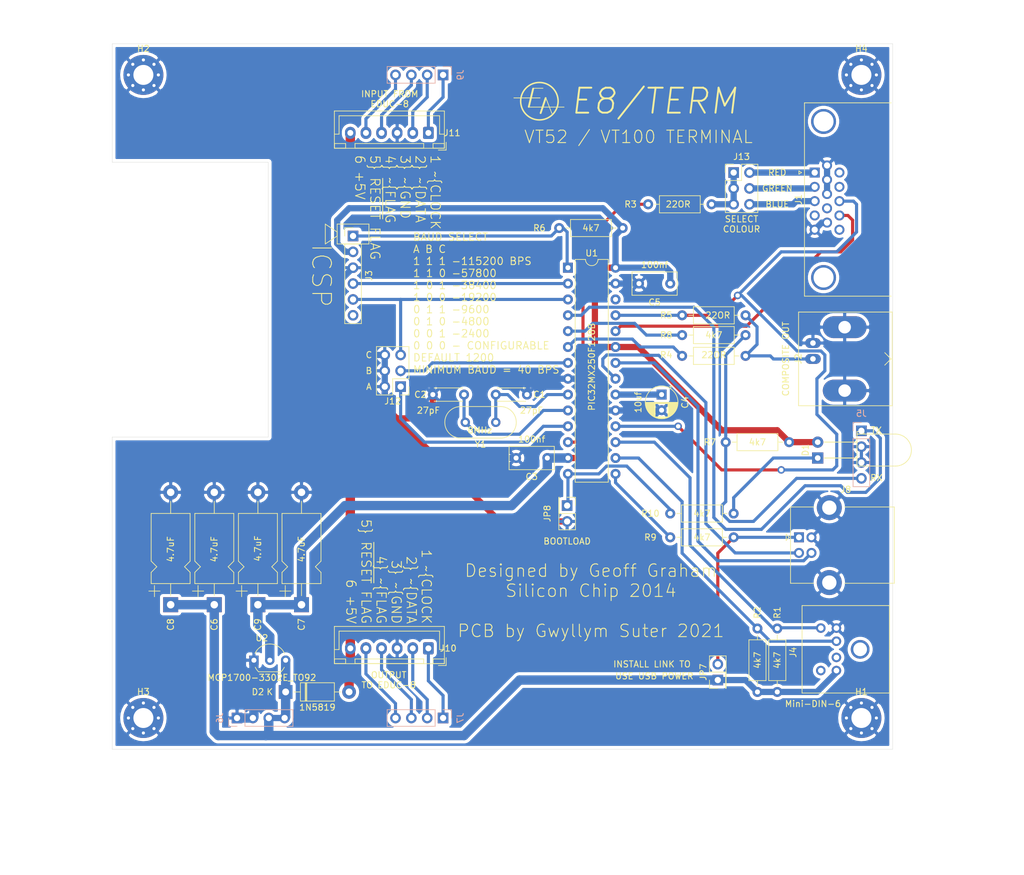
<source format=kicad_pcb>
(kicad_pcb (version 20171130) (host pcbnew "(5.1.10-1-10_14)")
  (layers (0 F.Cu signal) (31 B.Cu signal) (34 B.Paste user) (35 F.Paste user) (36 B.SilkS user) (37 F.SilkS user) (38 B.Mask user) (39 F.Mask user) (44 Edge.Cuts user))
  (net 0 "")
  (net 1 "Net-(J1-Pad15)")
  (net 2 V_SYNC)
  (net 3 H_SYNC)
  (net 4 "Net-(J1-Pad12)")
  (net 5 "Net-(J1-Pad11)")
  (net 6 "Net-(J1-Pad9)")
  (net 7 "Net-(J1-Pad4)")
  (net 8 B)
  (net 9 "Net-(U1-Pad26)")
  (net 10 "Net-(D1-Pad1)")
  (net 11 "Net-(J4-Pad6)")
  (net 12 +5V)
  (net 13 GND)
  (net 14 "Net-(J4-Pad2)")
  (net 15 /BLUE)
  (net 16 /GREEN)
  (net 17 /RED)
  (net 18 "Net-(J2-Pad1)")
  (net 19 VIDEO)
  (net 20 C_VIDEO)
  (net 21 "Net-(J3-Pad6)")
  (net 22 C)
  (net 23 PGD)
  (net 24 +3V3)
  (net 25 ~MCLR)
  (net 26 A)
  (net 27 "Net-(C1-Pad1)")
  (net 28 "Net-(C2-Pad1)")
  (net 29 "Net-(J5-Pad4)")
  (net 30 RX)
  (net 31 TX)
  (net 32 "Net-(C4-Pad1)")
  (net 33 CLOCK)
  (net 34 DATA)
  (net 35 D+)
  (net 36 D-)
  (net 37 "Net-(J8-Pad1)")
  (net 38 "Net-(JP8-Pad1)")
  (net 39 VBUS)
  (net 40 rst)
  (net 41 flag)
  (net 42 data)
  (net 43 clock)
  (net 44 I_rst)
  (net 45 I_flag)
  (net 46 I_data)
  (net 47 I_clock)
  (net 48 "Net-(D2-Pad2)")
  (net 49 "Net-(J13-Pad1)")
  (module Connector_JST:JST_XH_B6B-XH-A_1x06_P2.50mm_Vertical (layer F.Cu) (at 80.645 34.29 180)
    (fp_text reference J11 (at -3.81 0) (layer F.SilkS))
    (fp_text value Conn_01x06_Male)
    (pad 6 thru_hole oval (at 12.5 0 180) (size 1.7 1.95) (drill 0.95) (layers *.Cu *.Mask) (net 48 "Net-(D2-Pad2)"))
    (pad 5 thru_hole oval (at 10 0 180) (size 1.7 1.95) (drill 0.95) (layers *.Cu *.Mask) (net 40 rst))
    (pad 4 thru_hole oval (at 7.5 0 180) (size 1.7 1.95) (drill 0.95) (layers *.Cu *.Mask) (net 41 flag))
    (pad 3 thru_hole oval (at 5 0 180) (size 1.7 1.95) (drill 0.95) (layers *.Cu *.Mask) (net 13 GND))
    (pad 2 thru_hole oval (at 2.5 0 180) (size 1.7 1.95) (drill 0.95) (layers *.Cu *.Mask) (net 42 data))
    (pad 1 thru_hole roundrect (at 0 0 180) (size 1.7 1.95) (drill 0.95) (layers *.Cu *.Mask) (roundrect_rratio 0.1470588235294118) (net 43 clock))
  )
  (module Connector_JST:JST_XH_B6B-XH-A_1x06_P2.50mm_Vertical (layer F.Cu) (at 80.645 116.84 180)
    (fp_text reference J10 (at -3.175 0) (layer F.SilkS))
    (fp_text value Conn_01x06_Male)
    (pad 6 thru_hole oval (at 12.5 0 180) (size 1.7 1.95) (drill 0.95) (layers *.Cu *.Mask) (net 48 "Net-(D2-Pad2)"))
    (pad 5 thru_hole oval (at 10 0 180) (size 1.7 1.95) (drill 0.95) (layers *.Cu *.Mask) (net 44 I_rst))
    (pad 4 thru_hole oval (at 7.5 0 180) (size 1.7 1.95) (drill 0.95) (layers *.Cu *.Mask) (net 45 I_flag))
    (pad 3 thru_hole oval (at 5 0 180) (size 1.7 1.95) (drill 0.95) (layers *.Cu *.Mask) (net 13 GND))
    (pad 2 thru_hole oval (at 2.5 0 180) (size 1.7 1.95) (drill 0.95) (layers *.Cu *.Mask) (net 46 I_data))
    (pad 1 thru_hole roundrect (at 0 0 180) (size 1.7 1.95) (drill 0.95) (layers *.Cu *.Mask) (roundrect_rratio 0.1470588235294118) (net 47 I_clock))
  )
  (module LED_THT:LED_D5.0mm_Horizontal_O6.35mm_Z3.0mm (layer F.Cu) (at 143 86.36 90)
    (fp_text reference D1 (at 1.27 -1.96 90) (layer F.SilkS))
    (fp_text value LED)
    (pad 2 thru_hole circle (at 2.54 0 90) (size 1.8 1.8) (drill 0.9) (layers *.Cu *.Mask) (net 24 +3V3))
    (pad 1 thru_hole rect (at 0 0 90) (size 1.8 1.8) (drill 0.9) (layers *.Cu *.Mask) (net 10 "Net-(D1-Pad1)"))
  )
  (module Connector_PinHeader_2.54mm:PinHeader_2x03_P2.54mm_Vertical (layer F.Cu) (at 129.54 40.64)
    (fp_text reference J13 (at 1.27 -2.54) (layer F.SilkS))
    (fp_text value Conn_02x03_Odd_Even)
    (pad 6 thru_hole oval (at 2.54 5.08) (size 1.7 1.7) (drill 1) (layers *.Cu *.Mask) (net 15 /BLUE))
    (pad 5 thru_hole oval (at 0 5.08) (size 1.7 1.7) (drill 1) (layers *.Cu *.Mask) (net 49 "Net-(J13-Pad1)"))
    (pad 4 thru_hole oval (at 2.54 2.54) (size 1.7 1.7) (drill 1) (layers *.Cu *.Mask) (net 16 /GREEN))
    (pad 3 thru_hole oval (at 0 2.54) (size 1.7 1.7) (drill 1) (layers *.Cu *.Mask) (net 49 "Net-(J13-Pad1)"))
    (pad 2 thru_hole oval (at 2.54 0) (size 1.7 1.7) (drill 1) (layers *.Cu *.Mask) (net 17 /RED))
    (pad 1 thru_hole rect (at 0 0) (size 1.7 1.7) (drill 1) (layers *.Cu *.Mask) (net 49 "Net-(J13-Pad1)"))
  )
  (module Connector_PinHeader_2.54mm:PinHeader_2x03_P2.54mm_Vertical (layer F.Cu) (at 76.2 74.93 180)
    (fp_text reference J12 (at 1.27 -2.33) (layer F.SilkS))
    (fp_text value Conn_02x03_Odd_Even hide)
    (pad 6 thru_hole oval (at 2.54 5.08 180) (size 1.7 1.7) (drill 1) (layers *.Cu *.Mask) (net 13 GND))
    (pad 5 thru_hole oval (at 0 5.08 180) (size 1.7 1.7) (drill 1) (layers *.Cu *.Mask) (net 22 C))
    (pad 4 thru_hole oval (at 2.54 2.54 180) (size 1.7 1.7) (drill 1) (layers *.Cu *.Mask) (net 13 GND))
    (pad 3 thru_hole oval (at 0 2.54 180) (size 1.7 1.7) (drill 1) (layers *.Cu *.Mask) (net 8 B))
    (pad 2 thru_hole oval (at 2.54 0 180) (size 1.7 1.7) (drill 1) (layers *.Cu *.Mask) (net 13 GND))
    (pad 1 thru_hole rect (at 0 0 180) (size 1.7 1.7) (drill 1) (layers *.Cu *.Mask) (net 26 A))
  )
  (module Diode_THT:D_DO-41_SOD81_P10.16mm_Horizontal (layer F.Cu) (at 57.785 123.825)
    (fp_text reference D2 (at -4.445 0) (layer F.SilkS))
    (fp_text value 1N5819 (at 5.08 2.47) (layer F.SilkS))
    (fp_text user K (at -2.54 0) (layer F.SilkS))
    (pad 2 thru_hole oval (at 10.16 0) (size 2.2 2.2) (drill 1.1) (layers *.Cu *.Mask) (net 48 "Net-(D2-Pad2)"))
    (pad 1 thru_hole rect (at 0 0) (size 2.2 2.2) (drill 1.1) (layers *.Cu *.Mask) (net 12 +5V))
  )
  (module Capacitor_THT:CP_Axial_L11.0mm_D6.0mm_P18.00mm_Horizontal (layer F.Cu) (at 53.34 109.855 90)
    (fp_text reference C9 (at -3.175 0 90) (layer F.SilkS))
    (fp_text value 4.7uF (at 9 0 90) (layer F.SilkS))
    (pad 2 thru_hole oval (at 18 0 90) (size 2.4 2.4) (drill 1.2) (layers *.Cu *.Mask) (net 13 GND))
    (pad 1 thru_hole rect (at 0 0 90) (size 2.4 2.4) (drill 1.2) (layers *.Cu *.Mask) (net 24 +3V3))
  )
  (module Capacitor_THT:CP_Axial_L11.0mm_D6.0mm_P18.00mm_Horizontal (layer F.Cu) (at 39.37 109.855 90)
    (fp_text reference C8 (at -3.175 0 90) (layer F.SilkS))
    (fp_text value 4.7uF (at 8.89 0 90) (layer F.SilkS))
    (pad 2 thru_hole oval (at 18 0 90) (size 2.4 2.4) (drill 1.2) (layers *.Cu *.Mask) (net 13 GND))
    (pad 1 thru_hole rect (at 0 0 90) (size 2.4 2.4) (drill 1.2) (layers *.Cu *.Mask) (net 12 +5V))
  )
  (module Capacitor_THT:CP_Axial_L11.0mm_D6.0mm_P18.00mm_Horizontal (layer F.Cu) (at 60.325 109.855 90)
    (fp_text reference C7 (at -3.175 0 90) (layer F.SilkS))
    (fp_text value 4.7uF (at 8.89 0 90) (layer F.SilkS))
    (pad 2 thru_hole oval (at 18 0 90) (size 2.4 2.4) (drill 1.2) (layers *.Cu *.Mask) (net 13 GND))
    (pad 1 thru_hole rect (at 0 0 90) (size 2.4 2.4) (drill 1.2) (layers *.Cu *.Mask) (net 24 +3V3))
  )
  (module Capacitor_THT:CP_Axial_L11.0mm_D6.0mm_P18.00mm_Horizontal (layer F.Cu) (at 46.355 109.855 90)
    (fp_text reference C6 (at -3.175 0 90) (layer F.SilkS))
    (fp_text value 4.7uF (at 8.89 0 90) (layer F.SilkS))
    (pad 2 thru_hole oval (at 18 0 90) (size 2.4 2.4) (drill 1.2) (layers *.Cu *.Mask) (net 13 GND))
    (pad 1 thru_hole rect (at 0 0 90) (size 2.4 2.4) (drill 1.2) (layers *.Cu *.Mask) (net 12 +5V))
  )
  (module Package_TO_SOT_THT:TO-92_Inline_Wide (layer F.Cu) (at 52.705 118.745)
    (fp_text reference U2 (at 1.27 -3.56) (layer F.SilkS))
    (fp_text value MCP1700-3302E_TO92 (at 1.27 2.79) (layer F.SilkS))
    (pad 1 thru_hole rect (at 0 0) (size 1.5 1.5) (drill 0.8) (layers *.Cu *.Mask) (net 13 GND))
    (pad 3 thru_hole circle (at 5.08 0) (size 1.5 1.5) (drill 0.8) (layers *.Cu *.Mask) (net 12 +5V))
    (pad 2 thru_hole circle (at 2.54 0) (size 1.5 1.5) (drill 0.8) (layers *.Cu *.Mask) (net 24 +3V3))
  )
  (module Connector_Coaxial:BNC_Amphenol_B6252HB-NPP3G-50_Horizontal (layer F.Cu) (at 142.24 70.485 270)
    (fp_text reference J2 (at 0 2.35 90) (layer F.SilkS))
    (fp_text value "COMPOSITE OUT" (at 0 4.35 270) (layer F.SilkS))
    (pad 2 thru_hole oval (at -2.54 0 270) (size 1.6 2.5) (drill 0.89) (layers *.Cu *.Mask) (net 13 GND))
    (pad 1 thru_hole oval (at 0 0 270) (size 1.6 2.5) (drill 0.89) (layers *.Cu *.Mask) (net 18 "Net-(J2-Pad1)"))
    (pad 2 thru_hole oval (at 5.08 -5.08 270) (size 3.5 7) (drill 2.01) (layers *.Cu *.Mask) (net 13 GND))
    (pad 2 thru_hole oval (at -5.08 -5.08 270) (size 3.5 7) (drill 2.01) (layers *.Cu *.Mask) (net 13 GND))
  )
  (module EDUC-8:EA_Symbol (layer F.Cu) (at 98.425 29.21)
    (fp_text reference REF** hide)
    (fp_text value EA_Symbol hide)
  )
  (module Resistor_THT:R_Axial_DIN0207_L6.3mm_D2.5mm_P10.16mm_Horizontal (layer F.Cu) (at 131.445 63.5 180)
    (fp_text reference R5 (at 12.7 0) (layer F.SilkS))
    (fp_text value 22OR (at 4.445 0) (layer F.SilkS))
    (pad 2 thru_hole oval (at 10.16 0 180) (size 1.6 1.6) (drill 0.8) (layers *.Cu *.Mask) (net 3 H_SYNC))
    (pad 1 thru_hole circle (at 0 0 180) (size 1.6 1.6) (drill 0.8) (layers *.Cu *.Mask) (net 18 "Net-(J2-Pad1)"))
  )
  (module Connector_PinSocket_2.54mm:PinSocket_1x04_P2.54mm_Vertical (layer B.Cu) (at 83 25 90)
    (fp_text reference J9 (at 0 2.77 -90) (layer B.SilkS) (effects (justify mirror)))
    (fp_text value Conn_01x04_Female hide)
    (pad 4 thru_hole oval (at 0 -7.62 90) (size 1.7 1.7) (drill 1) (layers *.Cu *.Mask) (net 40 rst))
    (pad 3 thru_hole oval (at 0 -5.08 90) (size 1.7 1.7) (drill 1) (layers *.Cu *.Mask) (net 41 flag))
    (pad 2 thru_hole oval (at 0 -2.54 90) (size 1.7 1.7) (drill 1) (layers *.Cu *.Mask) (net 42 data))
    (pad 1 thru_hole rect (at 0 0 90) (size 1.7 1.7) (drill 1) (layers *.Cu *.Mask) (net 43 clock))
  )
  (module Resistor_THT:R_Axial_DIN0207_L6.3mm_D2.5mm_P10.16mm_Horizontal (layer F.Cu) (at 119.38 95.25)
    (fp_text reference R10 (at -3.175 0) (layer F.SilkS))
    (fp_text value 4k7 (at 5.08 0) (layer F.SilkS))
    (pad 2 thru_hole oval (at 10.16 0) (size 1.6 1.6) (drill 0.8) (layers *.Cu *.Mask) (net 10 "Net-(D1-Pad1)"))
    (pad 1 thru_hole circle (at 0 0) (size 1.6 1.6) (drill 0.8) (layers *.Cu *.Mask) (net 38 "Net-(JP8-Pad1)"))
  )
  (module Resistor_THT:R_Axial_DIN0207_L6.3mm_D2.5mm_P10.16mm_Horizontal (layer F.Cu) (at 119.38 99.06)
    (fp_text reference R9 (at -3.175 0) (layer F.SilkS))
    (fp_text value 4k7 (at 5.08 0) (layer F.SilkS))
    (pad 2 thru_hole oval (at 10.16 0) (size 1.6 1.6) (drill 0.8) (layers *.Cu *.Mask) (net 37 "Net-(J8-Pad1)"))
    (pad 1 thru_hole circle (at 0 0) (size 1.6 1.6) (drill 0.8) (layers *.Cu *.Mask) (net 39 VBUS))
  )
  (module Connector_PinHeader_2.54mm:PinHeader_2x01_P2.54mm_Vertical (layer F.Cu) (at 102.87 93.98 270)
    (fp_text reference JP8 (at 1.27 3.175 90) (layer F.SilkS))
    (fp_text value BOOTLOAD (at 5.715 0 180) (layer F.SilkS))
    (pad 2 thru_hole oval (at 2.54 0 270) (size 1.7 1.7) (drill 1) (layers *.Cu *.Mask) (net 13 GND))
    (pad 1 thru_hole rect (at 0 0 270) (size 1.7 1.7) (drill 1) (layers *.Cu *.Mask) (net 38 "Net-(JP8-Pad1)"))
  )
  (module Connector_PinHeader_2.54mm:PinHeader_2x01_P2.54mm_Vertical (layer F.Cu) (at 127 121.92 90)
    (fp_text reference JP7 (at 1.27 -2.33 90) (layer F.SilkS))
    (fp_text value "USE USB POWER" (at 0.635 -10.16) (layer F.SilkS))
    (pad 2 thru_hole oval (at 2.54 0 90) (size 1.7 1.7) (drill 1) (layers *.Cu *.Mask) (net 37 "Net-(J8-Pad1)"))
    (pad 1 thru_hole rect (at 0 0 90) (size 1.7 1.7) (drill 1) (layers *.Cu *.Mask) (net 12 +5V))
  )
  (module Connector_USB:USB_B_Lumberg_2411_02_Horizontal (layer F.Cu) (at 140 99.06)
    (fp_text reference J8 (at 7.5 -7.65) (layer F.SilkS))
    (fp_text value USB_B)
    (pad 5 thru_hole circle (at 4.86 -4.75 90) (size 4 4) (drill 2.3) (layers *.Cu *.Mask) (net 13 GND))
    (pad 5 thru_hole circle (at 4.86 7.25 90) (size 4 4) (drill 2.3) (layers *.Cu *.Mask) (net 13 GND))
    (pad 4 thru_hole circle (at 2 0 90) (size 1.6 1.6) (drill 0.95) (layers *.Cu *.Mask) (net 13 GND))
    (pad 3 thru_hole circle (at 2 2.5 90) (size 1.6 1.6) (drill 0.95) (layers *.Cu *.Mask) (net 35 D+))
    (pad 2 thru_hole circle (at 0 2.5 90) (size 1.6 1.6) (drill 0.95) (layers *.Cu *.Mask) (net 36 D-))
    (pad 1 thru_hole rect (at 0 0 90) (size 1.6 1.6) (drill 0.95) (layers *.Cu *.Mask) (net 37 "Net-(J8-Pad1)"))
  )
  (module Capacitor_THT:C_Rect_L7.0mm_W3.5mm_P5.00mm (layer F.Cu) (at 119.38 58.42 180)
    (fp_text reference C5 (at 2.5 -3) (layer F.SilkS))
    (fp_text value 100nf (at 2.5 3) (layer F.SilkS))
    (pad 2 thru_hole circle (at 5 0 180) (size 1.6 1.6) (drill 0.8) (layers *.Cu *.Mask) (net 13 GND))
    (pad 1 thru_hole circle (at 0 0 180) (size 1.6 1.6) (drill 0.8) (layers *.Cu *.Mask) (net 24 +3V3))
  )
  (module Capacitor_THT:CP_Radial_D5.0mm_P2.50mm (layer F.Cu) (at 118 76.2 270)
    (fp_text reference C4 (at 1.25 -3.75 90) (layer F.SilkS))
    (fp_text value 10uf (at 1.25 3.75 90) (layer F.SilkS))
    (pad 2 thru_hole circle (at 2.5 0 270) (size 1.6 1.6) (drill 0.8) (layers *.Cu *.Mask) (net 13 GND))
    (pad 1 thru_hole rect (at 0 0 270) (size 1.6 1.6) (drill 0.8) (layers *.Cu *.Mask) (net 32 "Net-(C4-Pad1)"))
  )
  (module Capacitor_THT:C_Rect_L7.0mm_W3.5mm_P5.00mm (layer F.Cu) (at 99.695 86.36 180)
    (fp_text reference C3 (at 2.5 -3) (layer F.SilkS))
    (fp_text value 100nf (at 2.5 3) (layer F.SilkS))
    (pad 2 thru_hole circle (at 5 0 180) (size 1.6 1.6) (drill 0.8) (layers *.Cu *.Mask) (net 13 GND))
    (pad 1 thru_hole circle (at 0 0 180) (size 1.6 1.6) (drill 0.8) (layers *.Cu *.Mask) (net 24 +3V3))
  )
  (module Connector_PinSocket_2.54mm:PinSocket_1x04_P2.54mm_Vertical (layer B.Cu) (at 83 128 90)
    (fp_text reference J7 (at 0 2.77 -90) (layer B.SilkS) (effects (justify mirror)))
    (fp_text value Conn_01x04_Female)
    (pad 4 thru_hole oval (at 0 -7.62 90) (size 1.7 1.7) (drill 1) (layers *.Cu *.Mask) (net 44 I_rst))
    (pad 3 thru_hole oval (at 0 -5.08 90) (size 1.7 1.7) (drill 1) (layers *.Cu *.Mask) (net 45 I_flag))
    (pad 2 thru_hole oval (at 0 -2.54 90) (size 1.7 1.7) (drill 1) (layers *.Cu *.Mask) (net 46 I_data))
    (pad 1 thru_hole rect (at 0 0 90) (size 1.7 1.7) (drill 1) (layers *.Cu *.Mask) (net 47 I_clock))
  )
  (module Connector_PinSocket_2.54mm:PinSocket_1x04_P2.54mm_Vertical (layer B.Cu) (at 50 128 270)
    (fp_text reference J6 (at 0 2.77 270) (layer B.SilkS) (effects (justify mirror)))
    (fp_text value Conn_01x04_Female)
    (pad 4 thru_hole oval (at 0 -7.62 270) (size 1.7 1.7) (drill 1) (layers *.Cu *.Mask) (net 12 +5V))
    (pad 3 thru_hole oval (at 0 -5.08 270) (size 1.7 1.7) (drill 1) (layers *.Cu *.Mask) (net 12 +5V))
    (pad 2 thru_hole oval (at 0 -2.54 270) (size 1.7 1.7) (drill 1) (layers *.Cu *.Mask) (net 13 GND))
    (pad 1 thru_hole rect (at 0 0 270) (size 1.7 1.7) (drill 1) (layers *.Cu *.Mask) (net 13 GND))
  )
  (module Connector_PinSocket_2.54mm:PinSocket_1x04_P2.54mm_Vertical (layer B.Cu) (at 150 82 180)
    (fp_text reference J5 (at 0 2.77) (layer B.SilkS) (effects (justify mirror)))
    (fp_text value Conn_01x04_Female)
    (pad 4 thru_hole oval (at 0 -7.62 180) (size 1.7 1.7) (drill 1) (layers *.Cu *.Mask) (net 29 "Net-(J5-Pad4)"))
    (pad 3 thru_hole oval (at 0 -5.08 180) (size 1.7 1.7) (drill 1) (layers *.Cu *.Mask) (net 13 GND))
    (pad 2 thru_hole oval (at 0 -2.54 180) (size 1.7 1.7) (drill 1) (layers *.Cu *.Mask) (net 13 GND))
    (pad 1 thru_hole rect (at 0 0 180) (size 1.7 1.7) (drill 1) (layers *.Cu *.Mask) (net 31 TX))
  )
  (module MountingHole:MountingHole_3.2mm_M3_Pad_Via (layer F.Cu) (at 150 25)
    (fp_text reference H4 (at 0 -4.2) (layer F.SilkS))
    (fp_text value M3)
    (pad 1 thru_hole circle (at 1.697056 -1.697056) (size 0.8 0.8) (drill 0.5) (layers *.Cu *.Mask) (net 13 GND))
    (pad 1 thru_hole circle (at 0 -2.4) (size 0.8 0.8) (drill 0.5) (layers *.Cu *.Mask) (net 13 GND))
    (pad 1 thru_hole circle (at -1.697056 -1.697056) (size 0.8 0.8) (drill 0.5) (layers *.Cu *.Mask) (net 13 GND))
    (pad 1 thru_hole circle (at -2.4 0) (size 0.8 0.8) (drill 0.5) (layers *.Cu *.Mask) (net 13 GND))
    (pad 1 thru_hole circle (at -1.697056 1.697056) (size 0.8 0.8) (drill 0.5) (layers *.Cu *.Mask) (net 13 GND))
    (pad 1 thru_hole circle (at 0 2.4) (size 0.8 0.8) (drill 0.5) (layers *.Cu *.Mask) (net 13 GND))
    (pad 1 thru_hole circle (at 1.697056 1.697056) (size 0.8 0.8) (drill 0.5) (layers *.Cu *.Mask) (net 13 GND))
    (pad 1 thru_hole circle (at 2.4 0) (size 0.8 0.8) (drill 0.5) (layers *.Cu *.Mask) (net 13 GND))
    (pad 1 thru_hole circle (at 0 0) (size 6.4 6.4) (drill 3.2) (layers *.Cu *.Mask) (net 13 GND))
  )
  (module MountingHole:MountingHole_3.2mm_M3_Pad_Via (layer F.Cu) (at 35 128)
    (fp_text reference H3 (at 0 -4.2) (layer F.SilkS))
    (fp_text value M3)
    (pad 1 thru_hole circle (at 1.697056 -1.697056) (size 0.8 0.8) (drill 0.5) (layers *.Cu *.Mask) (net 13 GND))
    (pad 1 thru_hole circle (at 0 -2.4) (size 0.8 0.8) (drill 0.5) (layers *.Cu *.Mask) (net 13 GND))
    (pad 1 thru_hole circle (at -1.697056 -1.697056) (size 0.8 0.8) (drill 0.5) (layers *.Cu *.Mask) (net 13 GND))
    (pad 1 thru_hole circle (at -2.4 0) (size 0.8 0.8) (drill 0.5) (layers *.Cu *.Mask) (net 13 GND))
    (pad 1 thru_hole circle (at -1.697056 1.697056) (size 0.8 0.8) (drill 0.5) (layers *.Cu *.Mask) (net 13 GND))
    (pad 1 thru_hole circle (at 0 2.4) (size 0.8 0.8) (drill 0.5) (layers *.Cu *.Mask) (net 13 GND))
    (pad 1 thru_hole circle (at 1.697056 1.697056) (size 0.8 0.8) (drill 0.5) (layers *.Cu *.Mask) (net 13 GND))
    (pad 1 thru_hole circle (at 2.4 0) (size 0.8 0.8) (drill 0.5) (layers *.Cu *.Mask) (net 13 GND))
    (pad 1 thru_hole circle (at 0 0) (size 6.4 6.4) (drill 3.2) (layers *.Cu *.Mask) (net 13 GND))
  )
  (module MountingHole:MountingHole_3.2mm_M3_Pad_Via (layer F.Cu) (at 35 25)
    (fp_text reference H2 (at 0 -4.2) (layer F.SilkS))
    (fp_text value M3)
    (pad 1 thru_hole circle (at 1.697056 -1.697056) (size 0.8 0.8) (drill 0.5) (layers *.Cu *.Mask) (net 13 GND))
    (pad 1 thru_hole circle (at 0 -2.4) (size 0.8 0.8) (drill 0.5) (layers *.Cu *.Mask) (net 13 GND))
    (pad 1 thru_hole circle (at -1.697056 -1.697056) (size 0.8 0.8) (drill 0.5) (layers *.Cu *.Mask) (net 13 GND))
    (pad 1 thru_hole circle (at -2.4 0) (size 0.8 0.8) (drill 0.5) (layers *.Cu *.Mask) (net 13 GND))
    (pad 1 thru_hole circle (at -1.697056 1.697056) (size 0.8 0.8) (drill 0.5) (layers *.Cu *.Mask) (net 13 GND))
    (pad 1 thru_hole circle (at 0 2.4) (size 0.8 0.8) (drill 0.5) (layers *.Cu *.Mask) (net 13 GND))
    (pad 1 thru_hole circle (at 1.697056 1.697056) (size 0.8 0.8) (drill 0.5) (layers *.Cu *.Mask) (net 13 GND))
    (pad 1 thru_hole circle (at 2.4 0) (size 0.8 0.8) (drill 0.5) (layers *.Cu *.Mask) (net 13 GND))
    (pad 1 thru_hole circle (at 0 0) (size 6.4 6.4) (drill 3.2) (layers *.Cu *.Mask) (net 13 GND))
  )
  (module MountingHole:MountingHole_3.2mm_M3_Pad_Via (layer F.Cu) (at 150 128)
    (fp_text reference H1 (at 0 -4.2) (layer F.SilkS))
    (fp_text value M3)
    (pad 1 thru_hole circle (at 1.697056 -1.697056) (size 0.8 0.8) (drill 0.5) (layers *.Cu *.Mask) (net 13 GND))
    (pad 1 thru_hole circle (at 0 -2.4) (size 0.8 0.8) (drill 0.5) (layers *.Cu *.Mask) (net 13 GND))
    (pad 1 thru_hole circle (at -1.697056 -1.697056) (size 0.8 0.8) (drill 0.5) (layers *.Cu *.Mask) (net 13 GND))
    (pad 1 thru_hole circle (at -2.4 0) (size 0.8 0.8) (drill 0.5) (layers *.Cu *.Mask) (net 13 GND))
    (pad 1 thru_hole circle (at -1.697056 1.697056) (size 0.8 0.8) (drill 0.5) (layers *.Cu *.Mask) (net 13 GND))
    (pad 1 thru_hole circle (at 0 2.4) (size 0.8 0.8) (drill 0.5) (layers *.Cu *.Mask) (net 13 GND))
    (pad 1 thru_hole circle (at 1.697056 1.697056) (size 0.8 0.8) (drill 0.5) (layers *.Cu *.Mask) (net 13 GND))
    (pad 1 thru_hole circle (at 2.4 0) (size 0.8 0.8) (drill 0.5) (layers *.Cu *.Mask) (net 13 GND))
    (pad 1 thru_hole circle (at 0 0) (size 6.4 6.4) (drill 3.2) (layers *.Cu *.Mask) (net 13 GND))
  )
  (module Crystal:Crystal_HC49-4H_Vertical (layer F.Cu) (at 91.44 80.645 180)
    (fp_text reference Y1 (at 2.44 -3.525) (layer F.SilkS))
    (fp_text value 8MHz (at 2.54 -1.27) (layer F.SilkS))
    (pad 2 thru_hole circle (at 4.88 0 180) (size 1.5 1.5) (drill 0.8) (layers *.Cu *.Mask) (net 28 "Net-(C2-Pad1)"))
    (pad 1 thru_hole circle (at 0 0 180) (size 1.5 1.5) (drill 0.8) (layers *.Cu *.Mask) (net 27 "Net-(C1-Pad1)"))
  )
  (module Resistor_THT:R_Axial_DIN0207_L6.3mm_D2.5mm_P10.16mm_Horizontal (layer F.Cu) (at 121.285 66.675)
    (fp_text reference R8 (at -2.54 0) (layer F.SilkS))
    (fp_text value 4k7 (at 5.08 0) (layer F.SilkS))
    (pad 2 thru_hole oval (at 10.16 0) (size 1.6 1.6) (drill 0.8) (layers *.Cu *.Mask) (net 29 "Net-(J5-Pad4)"))
    (pad 1 thru_hole circle (at 0 0) (size 1.6 1.6) (drill 0.8) (layers *.Cu *.Mask) (net 30 RX))
  )
  (module Resistor_THT:R_Axial_DIN0207_L6.3mm_D2.5mm_P10.16mm_Horizontal (layer F.Cu) (at 128.27 83.82)
    (fp_text reference R7 (at -2.54 0) (layer F.SilkS))
    (fp_text value 4k7 (at 5.08 0) (layer F.SilkS))
    (pad 2 thru_hole oval (at 10.16 0) (size 1.6 1.6) (drill 0.8) (layers *.Cu *.Mask) (net 24 +3V3))
    (pad 1 thru_hole circle (at 0 0) (size 1.6 1.6) (drill 0.8) (layers *.Cu *.Mask) (net 29 "Net-(J5-Pad4)"))
  )
  (module Resistor_THT:R_Axial_DIN0207_L6.3mm_D2.5mm_P10.16mm_Horizontal (layer F.Cu) (at 133.35 113.665 270)
    (fp_text reference R2 (at -2.54 0 90) (layer F.SilkS))
    (fp_text value 4k7 (at 5.08 0 90) (layer F.SilkS))
    (pad 2 thru_hole oval (at 10.16 0 270) (size 1.6 1.6) (drill 0.8) (layers *.Cu *.Mask) (net 12 +5V))
    (pad 1 thru_hole circle (at 0 0 270) (size 1.6 1.6) (drill 0.8) (layers *.Cu *.Mask) (net 34 DATA))
  )
  (module Capacitor_THT:C_Disc_D4.3mm_W1.9mm_P5.00mm (layer F.Cu) (at 86.36 76.2 180)
    (fp_text reference C2 (at 6.985 0) (layer F.SilkS))
    (fp_text value 27pF (at 5.715 -2.54) (layer F.SilkS))
    (pad 2 thru_hole circle (at 5 0 180) (size 1.6 1.6) (drill 0.8) (layers *.Cu *.Mask) (net 13 GND))
    (pad 1 thru_hole circle (at 0 0 180) (size 1.6 1.6) (drill 0.8) (layers *.Cu *.Mask) (net 28 "Net-(C2-Pad1)"))
  )
  (module Capacitor_THT:C_Disc_D4.3mm_W1.9mm_P5.00mm (layer F.Cu) (at 91.44 76.2)
    (fp_text reference C1 (at 6.985 0) (layer F.SilkS))
    (fp_text value 27pF (at 5.715 2.54) (layer F.SilkS))
    (pad 2 thru_hole circle (at 5 0) (size 1.6 1.6) (drill 0.8) (layers *.Cu *.Mask) (net 13 GND))
    (pad 1 thru_hole circle (at 0 0) (size 1.6 1.6) (drill 0.8) (layers *.Cu *.Mask) (net 27 "Net-(C1-Pad1)"))
  )
  (module Resistor_THT:R_Axial_DIN0207_L6.3mm_D2.5mm_P10.16mm_Horizontal (layer F.Cu) (at 101.6 49.53)
    (fp_text reference R6 (at -3.175 0) (layer F.SilkS))
    (fp_text value 4k7 (at 5.08 0) (layer F.SilkS))
    (pad 2 thru_hole oval (at 10.16 0) (size 1.6 1.6) (drill 0.8) (layers *.Cu *.Mask) (net 24 +3V3))
    (pad 1 thru_hole circle (at 0 0) (size 1.6 1.6) (drill 0.8) (layers *.Cu *.Mask) (net 25 ~MCLR))
  )
  (module Connector_PinHeader_2.54mm:PinHeader_1x06_P2.54mm_Vertical (layer F.Cu) (at 68.58 50.8)
    (fp_text reference J3 (at 2.54 6.35 90) (layer F.SilkS))
    (fp_text value ICSP)
    (pad 6 thru_hole oval (at 0 12.7) (size 1.7 1.7) (drill 1) (layers *.Cu *.Mask) (net 21 "Net-(J3-Pad6)"))
    (pad 5 thru_hole oval (at 0 10.16) (size 1.7 1.7) (drill 1) (layers *.Cu *.Mask) (net 22 C))
    (pad 4 thru_hole oval (at 0 7.62) (size 1.7 1.7) (drill 1) (layers *.Cu *.Mask) (net 23 PGD))
    (pad 3 thru_hole oval (at 0 5.08) (size 1.7 1.7) (drill 1) (layers *.Cu *.Mask) (net 13 GND))
    (pad 2 thru_hole oval (at 0 2.54) (size 1.7 1.7) (drill 1) (layers *.Cu *.Mask) (net 24 +3V3))
    (pad 1 thru_hole rect (at 0 0) (size 1.7 1.7) (drill 1) (layers *.Cu *.Mask) (net 25 ~MCLR))
  )
  (module Package_DIP:DIP-28_W7.62mm (layer F.Cu) (at 103 55.88)
    (fp_text reference U1 (at 3.81 -2.33) (layer F.SilkS))
    (fp_text value PIC32MX250F128B (at 3.81 15.875 90) (layer F.SilkS))
    (pad 28 thru_hole oval (at 7.62 0) (size 1.6 1.6) (drill 0.8) (layers *.Cu *.Mask) (net 24 +3V3))
    (pad 14 thru_hole oval (at 0 33.02) (size 1.6 1.6) (drill 0.8) (layers *.Cu *.Mask) (net 38 "Net-(JP8-Pad1)"))
    (pad 27 thru_hole oval (at 7.62 2.54) (size 1.6 1.6) (drill 0.8) (layers *.Cu *.Mask) (net 13 GND))
    (pad 13 thru_hole oval (at 0 30.48) (size 1.6 1.6) (drill 0.8) (layers *.Cu *.Mask) (net 24 +3V3))
    (pad 26 thru_hole oval (at 7.62 5.08) (size 1.6 1.6) (drill 0.8) (layers *.Cu *.Mask) (net 9 "Net-(U1-Pad26)"))
    (pad 12 thru_hole oval (at 0 27.94) (size 1.6 1.6) (drill 0.8) (layers *.Cu *.Mask) (net 19 VIDEO))
    (pad 25 thru_hole oval (at 7.62 7.62) (size 1.6 1.6) (drill 0.8) (layers *.Cu *.Mask) (net 3 H_SYNC))
    (pad 11 thru_hole oval (at 0 25.4) (size 1.6 1.6) (drill 0.8) (layers *.Cu *.Mask) (net 26 A))
    (pad 24 thru_hole oval (at 7.62 10.16) (size 1.6 1.6) (drill 0.8) (layers *.Cu *.Mask) (net 2 V_SYNC))
    (pad 10 thru_hole oval (at 0 22.86) (size 1.6 1.6) (drill 0.8) (layers *.Cu *.Mask) (net 28 "Net-(C2-Pad1)"))
    (pad 23 thru_hole oval (at 7.62 12.7) (size 1.6 1.6) (drill 0.8) (layers *.Cu *.Mask) (net 24 +3V3))
    (pad 9 thru_hole oval (at 0 20.32) (size 1.6 1.6) (drill 0.8) (layers *.Cu *.Mask) (net 27 "Net-(C1-Pad1)"))
    (pad 22 thru_hole oval (at 7.62 15.24) (size 1.6 1.6) (drill 0.8) (layers *.Cu *.Mask) (net 35 D+))
    (pad 8 thru_hole oval (at 0 17.78) (size 1.6 1.6) (drill 0.8) (layers *.Cu *.Mask) (net 13 GND))
    (pad 21 thru_hole oval (at 7.62 17.78) (size 1.6 1.6) (drill 0.8) (layers *.Cu *.Mask) (net 36 D-))
    (pad 7 thru_hole oval (at 0 15.24) (size 1.6 1.6) (drill 0.8) (layers *.Cu *.Mask) (net 8 B))
    (pad 20 thru_hole oval (at 7.62 20.32) (size 1.6 1.6) (drill 0.8) (layers *.Cu *.Mask) (net 32 "Net-(C4-Pad1)"))
    (pad 6 thru_hole oval (at 0 12.7) (size 1.6 1.6) (drill 0.8) (layers *.Cu *.Mask) (net 20 C_VIDEO))
    (pad 19 thru_hole oval (at 7.62 22.86) (size 1.6 1.6) (drill 0.8) (layers *.Cu *.Mask) (net 13 GND))
    (pad 5 thru_hole oval (at 0 10.16) (size 1.6 1.6) (drill 0.8) (layers *.Cu *.Mask) (net 30 RX))
    (pad 18 thru_hole oval (at 7.62 25.4) (size 1.6 1.6) (drill 0.8) (layers *.Cu *.Mask) (net 3 H_SYNC))
    (pad 4 thru_hole oval (at 0 7.62) (size 1.6 1.6) (drill 0.8) (layers *.Cu *.Mask) (net 31 TX))
    (pad 17 thru_hole oval (at 7.62 27.94) (size 1.6 1.6) (drill 0.8) (layers *.Cu *.Mask) (net 33 CLOCK))
    (pad 3 thru_hole oval (at 0 5.08) (size 1.6 1.6) (drill 0.8) (layers *.Cu *.Mask) (net 22 C))
    (pad 16 thru_hole oval (at 7.62 30.48) (size 1.6 1.6) (drill 0.8) (layers *.Cu *.Mask) (net 34 DATA))
    (pad 2 thru_hole oval (at 0 2.54) (size 1.6 1.6) (drill 0.8) (layers *.Cu *.Mask) (net 23 PGD))
    (pad 15 thru_hole oval (at 7.62 33.02) (size 1.6 1.6) (drill 0.8) (layers *.Cu *.Mask) (net 39 VBUS))
    (pad 1 thru_hole rect (at 0 0) (size 1.6 1.6) (drill 0.8) (layers *.Cu *.Mask) (net 25 ~MCLR))
  )
  (module Resistor_THT:R_Axial_DIN0207_L6.3mm_D2.5mm_P10.16mm_Horizontal (layer F.Cu) (at 131.445 70 180)
    (fp_text reference R4 (at 12.7 0.15) (layer F.SilkS))
    (fp_text value 22OR (at 5.08 0.15) (layer F.SilkS))
    (pad 2 thru_hole oval (at 10.16 0 180) (size 1.6 1.6) (drill 0.8) (layers *.Cu *.Mask) (net 20 C_VIDEO))
    (pad 1 thru_hole circle (at 0 0 180) (size 1.6 1.6) (drill 0.8) (layers *.Cu *.Mask) (net 18 "Net-(J2-Pad1)"))
  )
  (module Resistor_THT:R_Axial_DIN0207_L6.3mm_D2.5mm_P10.16mm_Horizontal (layer F.Cu) (at 126 45.72 180)
    (fp_text reference R3 (at 12.97 0) (layer F.SilkS))
    (fp_text value 22OR (at 5.35 0) (layer F.SilkS))
    (pad 2 thru_hole oval (at 10.16 0 180) (size 1.6 1.6) (drill 0.8) (layers *.Cu *.Mask) (net 19 VIDEO))
    (pad 1 thru_hole circle (at 0 0 180) (size 1.6 1.6) (drill 0.8) (layers *.Cu *.Mask) (net 49 "Net-(J13-Pad1)"))
  )
  (module Resistor_THT:R_Axial_DIN0207_L6.3mm_D2.5mm_P10.16mm_Horizontal (layer F.Cu) (at 136.525 113.665 270)
    (fp_text reference R1 (at -2.54 0 90) (layer F.SilkS))
    (fp_text value 4k7 (at 5.08 0 90) (layer F.SilkS))
    (pad 2 thru_hole oval (at 10.16 0 270) (size 1.6 1.6) (drill 0.8) (layers *.Cu *.Mask) (net 12 +5V))
    (pad 1 thru_hole circle (at 0 0 270) (size 1.6 1.6) (drill 0.8) (layers *.Cu *.Mask) (net 33 CLOCK))
  )
  (module Altronics:6_pin_mini_din (layer F.Cu) (at 146 117 270)
    (fp_text reference J4 (at 0.475 6.935 90) (layer F.SilkS))
    (fp_text value Mini-DIN-6 (at 8.73 3.76 180) (layer F.SilkS))
    (pad 0 thru_hole circle (at 0 -3.8 270) (size 3 3) (drill 2.2) (layers *.Cu *.Mask))
    (pad 5 thru_hole circle (at -3.4 2.5 270) (size 1.524 1.524) (drill 0.9) (layers *.Cu *.Mask) (net 33 CLOCK))
    (pad 6 thru_hole circle (at 3.4 2.5 270) (size 1.524 1.524) (drill 0.9) (layers *.Cu *.Mask) (net 11 "Net-(J4-Pad6)"))
    (pad 4 thru_hole circle (at 3.4 0 270) (size 1.524 1.524) (drill 0.9) (layers *.Cu *.Mask) (net 12 +5V))
    (pad 3 thru_hole circle (at -3.4 0 270) (size 1.524 1.524) (drill 0.9) (layers *.Cu *.Mask) (net 13 GND))
    (pad 1 thru_hole circle (at -1.3 0 270) (size 1.524 1.524) (drill 0.9) (layers *.Cu *.Mask) (net 34 DATA))
    (pad 2 thru_hole circle (at 1.3 0 270) (size 1.524 1.524) (drill 0.9) (layers *.Cu *.Mask) (net 14 "Net-(J4-Pad2)"))
  )
  (module Connector_Dsub:DSUB-15-HD_Female_Horizontal_P2.29x1.98mm_EdgePinOffset8.35mm_Housed_MountingHolesOffset10.89mm (layer F.Cu) (at 142.52 40.64 90)
    (fp_text reference J1 (at -4.315 -2.58 90) (layer F.SilkS))
    (fp_text value DB15_Female_HighDensity)
    (pad 0 thru_hole circle (at 8.185 1.42 90) (size 4 4) (drill 3.2) (layers *.Cu *.Mask))
    (pad 0 thru_hole circle (at -16.815 1.42 90) (size 4 4) (drill 3.2) (layers *.Cu *.Mask))
    (pad 15 thru_hole circle (at -9.16 3.96 90) (size 1.6 1.6) (drill 1) (layers *.Cu *.Mask) (net 1 "Net-(J1-Pad15)"))
    (pad 14 thru_hole circle (at -6.87 3.96 90) (size 1.6 1.6) (drill 1) (layers *.Cu *.Mask) (net 2 V_SYNC))
    (pad 13 thru_hole circle (at -4.58 3.96 90) (size 1.6 1.6) (drill 1) (layers *.Cu *.Mask) (net 3 H_SYNC))
    (pad 12 thru_hole circle (at -2.29 3.96 90) (size 1.6 1.6) (drill 1) (layers *.Cu *.Mask) (net 4 "Net-(J1-Pad12)"))
    (pad 11 thru_hole circle (at 0 3.96 90) (size 1.6 1.6) (drill 1) (layers *.Cu *.Mask) (net 5 "Net-(J1-Pad11)"))
    (pad 10 thru_hole circle (at -8.015 1.98 90) (size 1.6 1.6) (drill 1) (layers *.Cu *.Mask) (net 13 GND))
    (pad 9 thru_hole circle (at -5.725 1.98 90) (size 1.6 1.6) (drill 1) (layers *.Cu *.Mask) (net 6 "Net-(J1-Pad9)"))
    (pad 8 thru_hole circle (at -3.435 1.98 90) (size 1.6 1.6) (drill 1) (layers *.Cu *.Mask) (net 13 GND))
    (pad 7 thru_hole circle (at -1.145 1.98 90) (size 1.6 1.6) (drill 1) (layers *.Cu *.Mask) (net 13 GND))
    (pad 6 thru_hole circle (at 1.145 1.98 90) (size 1.6 1.6) (drill 1) (layers *.Cu *.Mask) (net 13 GND))
    (pad 5 thru_hole circle (at -9.16 0 90) (size 1.6 1.6) (drill 1) (layers *.Cu *.Mask) (net 13 GND))
    (pad 4 thru_hole circle (at -6.87 0 90) (size 1.6 1.6) (drill 1) (layers *.Cu *.Mask) (net 7 "Net-(J1-Pad4)"))
    (pad 3 thru_hole circle (at -4.58 0 90) (size 1.6 1.6) (drill 1) (layers *.Cu *.Mask) (net 15 /BLUE))
    (pad 2 thru_hole circle (at -2.29 0 90) (size 1.6 1.6) (drill 1) (layers *.Cu *.Mask) (net 16 /GREEN))
    (pad 1 thru_hole rect (at 0 0 90) (size 1.6 1.6) (drill 1) (layers *.Cu *.Mask) (net 17 /RED))
  )
  (gr_text "1 ~CLOCK\n2 ~DATA\n3 ~GND\n4 ~FLAG\n5 ~RESET FLAG\n6 +5V" (at 75.72 37.75 -90) (layer F.SilkS) (effects (font (size 1.5 1.5)) (justify left)))
  (gr_text "INSTALL LINK TO " (at 116.84 119.38) (layer F.SilkS) (effects (font (size 1 1))))
  (gr_text "BAUD SELECT\nA B C\n1 1 1 -115200 BPS\n1 1 0 -57800\n1 0 1 -38400\n1 0 0 -19200\n0 1 1 -9600\n0 1 0 -4800\n0 0 1 -2400\n0 0 0 - CONFIGURABLE\nDEFAULT 1200\nMINIMUM BAUD = 40 BPS\n" (at 78.105 61.595) (layer F.SilkS) (effects (font (size 1.2 1.2)) (justify left)))
  (gr_text "Designed by Geoff Graham\nSilicon Chip 2014\n\nPCB by Gwyllym Suter 2021" (at 106.68 109.22) (layer F.SilkS) (effects (font (size 2 2))))
  (gr_text "VT52 / VT100 TERMINAL" (at 114.3 34.925) (layer F.SilkS) (effects (font (size 2 2))))
  (gr_text RX (at 152.4 89.535) (layer F.SilkS) (effects (font (size 1 1))))
  (gr_text TX (at 152.4 81.915) (layer F.SilkS) (effects (font (size 1 1))))
  (gr_line (start 66.04 50.8) (end 66.04 50.165) (layer F.SilkS) (width 0.12))
  (gr_line (start 64.135 52.07) (end 66.04 50.8) (layer F.SilkS) (width 0.12))
  (gr_line (start 64.135 48.895) (end 64.135 52.07) (layer F.SilkS) (width 0.12))
  (gr_line (start 66.04 50.165) (end 64.135 48.895) (layer F.SilkS) (width 0.12))
  (gr_line (start 66.04 52.07) (end 66.04 48.895) (layer F.SilkS) (width 0.12))
  (gr_line (start 71.12 52.07) (end 66.04 52.07) (layer F.SilkS) (width 0.12))
  (gr_line (start 71.12 48.895) (end 71.12 52.07) (layer F.SilkS) (width 0.12))
  (gr_line (start 66.04 48.895) (end 71.12 48.895) (layer F.SilkS) (width 0.12))
  (gr_text "1 ~CLOCK\n2 ~DATA\n3 ~GND\n4 ~FLAG\n5 ~RESET FLAG\n6 +5V" (at 74.295 113.03 -90) (layer F.SilkS) (effects (font (size 1.5 1.5)) (justify right)))
  (gr_text ICSP (at 63.5 57.15 -90) (layer F.SilkS) (effects (font (size 3 3))))
  (gr_text E8/TERM (at 116.84 29.21) (layer F.SilkS) (effects (font (size 4 4) (thickness 0.3) italic)))
  (gr_text C (at 71.12 69.85) (layer F.SilkS) (effects (font (size 1 1))))
  (gr_text B (at 71.12 72.39) (layer F.SilkS) (effects (font (size 1 1))))
  (gr_text A (at 71.12 74.93) (layer F.SilkS) (effects (font (size 1 1))))
  (gr_text "OUTPUT\nTO EDUC-8" (at 74.295 121.92) (layer F.SilkS) (effects (font (size 1 1))))
  (gr_text "INPUT FROM\nEDUC-8" (at 74.45 28.86) (layer F.SilkS) (effects (font (size 1 1))))
  (gr_text BLUE (at 136.525 45.72) (layer F.SilkS) (effects (font (size 1 1))))
  (gr_text GREEN (at 136.525 43.18) (layer F.SilkS) (effects (font (size 1 1))))
  (gr_text RED (at 136.525 40.64) (layer F.SilkS) (effects (font (size 1 1))))
  (gr_text "SELECT\nCOLOUR" (at 130.81 48.895) (layer F.SilkS) (effects (font (size 1 1))))
  (gr_line (start 55 39) (end 55 83) (layer Edge.Cuts) (width 0.05))
  (gr_line (start 30 39) (end 55 39) (layer Edge.Cuts) (width 0.05))
  (gr_line (start 30 33) (end 30 39) (layer Edge.Cuts) (width 0.05))
  (gr_line (start 30 33) (end 30 20) (layer Edge.Cuts) (width 0.05))
  (gr_line (start 30 83) (end 55 83) (layer Edge.Cuts) (width 0.05))
  (gr_line (start 30 133) (end 30 83) (layer Edge.Cuts) (width 0.05))
  (gr_line (start 155 133) (end 30 133) (layer Edge.Cuts) (width 0.05))
  (gr_line (start 155 20) (end 155 133) (layer Edge.Cuts) (width 0.05))
  (gr_line (start 30 20) (end 155 20) (layer Edge.Cuts) (width 0.05))
  (segment (start 111.419999 65.240001) (end 131.609999 65.240001) (width 0.5) (layer F.Cu) (net 2))
  (segment (start 110.62 66.04) (end 111.419999 65.240001) (width 0.5) (layer F.Cu) (net 2))
  (segment (start 131.609999 65.240001) (end 143.51 53.34) (width 0.5) (layer F.Cu) (net 2))
  (segment (start 143.51 53.34) (end 146.685 53.34) (width 0.5) (layer F.Cu) (net 2))
  (segment (start 146.685 53.34) (end 148.59 51.435) (width 0.5) (layer F.Cu) (net 2))
  (segment (start 148.59 51.435) (end 148.59 48.26) (width 0.5) (layer F.Cu) (net 2))
  (segment (start 147.84 47.51) (end 146.48 47.51) (width 0.5) (layer F.Cu) (net 2))
  (segment (start 148.59 48.26) (end 147.84 47.51) (width 0.5) (layer F.Cu) (net 2))
  (segment (start 110.62 63.5) (end 121.285 63.5) (width 0.5) (layer B.Cu) (net 3))
  (segment (start 146.48 45.22) (end 148.725 45.22) (width 0.5) (layer B.Cu) (net 3))
  (segment (start 148.725 45.22) (end 149.225 45.72) (width 0.5) (layer B.Cu) (net 3))
  (segment (start 149.225 45.72) (end 149.225 50.165) (width 0.5) (layer B.Cu) (net 3))
  (segment (start 149.225 50.165) (end 146.05 53.34) (width 0.5) (layer B.Cu) (net 3))
  (via (at 130.175 60.325) (size 1.2) (drill 0.7) (layers F.Cu B.Cu) (net 3))
  (segment (start 137.16 53.34) (end 130.175 60.325) (width 0.5) (layer B.Cu) (net 3))
  (segment (start 146.05 53.34) (end 137.16 53.34) (width 0.5) (layer B.Cu) (net 3))
  (segment (start 127 63.5) (end 121.285 63.5) (width 0.5) (layer F.Cu) (net 3))
  (segment (start 130.175 60.325) (end 127 63.5) (width 0.5) (layer F.Cu) (net 3))
  (via (at 137.16 88.265) (size 1.2) (drill 0.7) (layers F.Cu B.Cu) (net 3))
  (segment (start 127.635 88.265) (end 120.65 81.28) (width 0.5) (layer F.Cu) (net 3))
  (via (at 120.65 81.28) (size 1.2) (drill 0.7) (layers F.Cu B.Cu) (net 3))
  (segment (start 137.16 88.265) (end 127.635 88.265) (width 0.5) (layer F.Cu) (net 3))
  (segment (start 120.65 81.28) (end 110.62 81.28) (width 0.5) (layer B.Cu) (net 3))
  (segment (start 146.05 82.55) (end 142.875 79.375) (width 0.5) (layer B.Cu) (net 3))
  (segment (start 146.05 87.63) (end 146.05 82.55) (width 0.5) (layer B.Cu) (net 3))
  (segment (start 130.81 60.325) (end 130.175 60.325) (width 0.5) (layer B.Cu) (net 3))
  (segment (start 139.7 69.215) (end 130.81 60.325) (width 0.5) (layer B.Cu) (net 3))
  (segment (start 142.875 73.66) (end 144.145 72.39) (width 0.5) (layer B.Cu) (net 3))
  (segment (start 137.16 88.265) (end 145.415 88.265) (width 0.5) (layer B.Cu) (net 3))
  (segment (start 145.415 88.265) (end 146.05 87.63) (width 0.5) (layer B.Cu) (net 3))
  (segment (start 142.875 79.375) (end 142.875 73.66) (width 0.5) (layer B.Cu) (net 3))
  (segment (start 144.145 72.39) (end 144.145 69.85) (width 0.5) (layer B.Cu) (net 3))
  (segment (start 143.51 69.215) (end 144.145 69.85) (width 0.5) (layer B.Cu) (net 3))
  (segment (start 143.51 69.215) (end 139.7 69.215) (width 0.5) (layer B.Cu) (net 3))
  (segment (start 76.835 72.39) (end 76.2 73.025) (width 0.5) (layer B.Cu) (net 8))
  (segment (start 81.28 71.12) (end 80.01 72.39) (width 0.5) (layer B.Cu) (net 8))
  (segment (start 80.01 72.39) (end 76.835 72.39) (width 0.5) (layer B.Cu) (net 8))
  (segment (start 103 71.12) (end 81.28 71.12) (width 0.5) (layer B.Cu) (net 8))
  (segment (start 143 86.36) (end 135.89 86.36) (width 0.5) (layer B.Cu) (net 10))
  (segment (start 129.54 92.71) (end 129.54 95.25) (width 0.5) (layer B.Cu) (net 10))
  (segment (start 135.89 86.36) (end 129.54 92.71) (width 0.5) (layer B.Cu) (net 10))
  (segment (start 57.54 127.92) (end 57.62 128) (width 1) (layer B.Cu) (net 12))
  (segment (start 55.08 128) (end 57.62 128) (width 1) (layer B.Cu) (net 12))
  (segment (start 131.445 121.92) (end 133.35 123.825) (width 1) (layer B.Cu) (net 12))
  (segment (start 127 121.92) (end 131.445 121.92) (width 1) (layer B.Cu) (net 12))
  (segment (start 133.35 123.825) (end 136.525 123.825) (width 1) (layer B.Cu) (net 12))
  (segment (start 136.525 123.825) (end 142.875 123.825) (width 1) (layer B.Cu) (net 12))
  (segment (start 146 120.7) (end 146 120.45) (width 1) (layer B.Cu) (net 12))
  (segment (start 142.875 123.825) (end 146 120.7) (width 1) (layer B.Cu) (net 12))
  (segment (start 39.37 109.855) (end 46.355 109.855) (width 1.5) (layer B.Cu) (net 12))
  (segment (start 46.355 109.855) (end 46.355 130.175) (width 1.5) (layer B.Cu) (net 12))
  (segment (start 46.355 130.175) (end 46.99 130.81) (width 1.5) (layer B.Cu) (net 12))
  (segment (start 46.99 130.81) (end 54.61 130.81) (width 1.5) (layer B.Cu) (net 12))
  (segment (start 55.08 130.34) (end 55.08 128) (width 1.5) (layer B.Cu) (net 12))
  (segment (start 54.61 130.81) (end 55.08 130.34) (width 1.5) (layer B.Cu) (net 12))
  (segment (start 57.785 127.835) (end 57.62 128) (width 1.5) (layer B.Cu) (net 12))
  (segment (start 57.785 118.745) (end 57.785 127.835) (width 1.5) (layer B.Cu) (net 12))
  (segment (start 54.61 130.81) (end 86.36 130.81) (width 1.5) (layer B.Cu) (net 12))
  (segment (start 95.25 121.92) (end 127 121.92) (width 1.5) (layer B.Cu) (net 12))
  (segment (start 86.36 130.81) (end 95.25 121.92) (width 1.5) (layer B.Cu) (net 12))
  (segment (start 103 73.66) (end 104.14 73.66) (width 1) (layer B.Cu) (net 13))
  (segment (start 109.22 78.74) (end 110.62 78.74) (width 1) (layer B.Cu) (net 13))
  (segment (start 104.14 73.66) (end 109.22 78.74) (width 1) (layer B.Cu) (net 13))
  (segment (start 117.96 78.74) (end 118 78.7) (width 1) (layer B.Cu) (net 13))
  (segment (start 110.62 78.74) (end 117.96 78.74) (width 1) (layer B.Cu) (net 13))
  (segment (start 103 73.66) (end 97.155 73.66) (width 1) (layer B.Cu) (net 13))
  (segment (start 96.52 74.295) (end 96.52 76.2) (width 1) (layer B.Cu) (net 13))
  (segment (start 97.155 73.66) (end 96.52 74.295) (width 1) (layer B.Cu) (net 13))
  (segment (start 81.28 74.295) (end 81.28 76.2) (width 1) (layer B.Cu) (net 13))
  (segment (start 81.915 73.66) (end 81.28 74.295) (width 1) (layer B.Cu) (net 13))
  (segment (start 97.155 73.66) (end 81.915 73.66) (width 1) (layer B.Cu) (net 13))
  (segment (start 110.62 58.42) (end 114.38 58.42) (width 1) (layer B.Cu) (net 13))
  (segment (start 81.36 76.2) (end 81.36 78.66) (width 1) (layer F.Cu) (net 13))
  (segment (start 81.36 78.66) (end 80.01 80.01) (width 1) (layer F.Cu) (net 13))
  (segment (start 80.01 80.01) (end 75.565 80.01) (width 1) (layer F.Cu) (net 13))
  (segment (start 75.565 80.01) (end 73.66 78.105) (width 1) (layer F.Cu) (net 13))
  (segment (start 73.66 76.2) (end 73.66 69.85) (width 1) (layer B.Cu) (net 13))
  (segment (start 52.54 123.355) (end 52.54 128) (width 1) (layer B.Cu) (net 13))
  (segment (start 144.5 39.495) (end 144.5 44.075) (width 1) (layer B.Cu) (net 13))
  (segment (start 143.665 48.655) (end 142.52 49.8) (width 1) (layer B.Cu) (net 13))
  (segment (start 144.5 48.655) (end 143.665 48.655) (width 1) (layer B.Cu) (net 13))
  (segment (start 94.695 86.36) (end 76.2 86.36) (width 1) (layer B.Cu) (net 13))
  (segment (start 73.66 83.82) (end 73.66 76.2) (width 1) (layer B.Cu) (net 13))
  (segment (start 76.2 86.36) (end 73.66 83.82) (width 1) (layer B.Cu) (net 13))
  (segment (start 66.04 58.42) (end 68.58 55.88) (width 1) (layer B.Cu) (net 13))
  (segment (start 66.04 67.945) (end 66.04 58.42) (width 1) (layer B.Cu) (net 13))
  (segment (start 67.945 69.85) (end 66.04 67.945) (width 1) (layer B.Cu) (net 13))
  (segment (start 73.66 69.85) (end 67.945 69.85) (width 1) (layer B.Cu) (net 13))
  (segment (start 52.705 127.835) (end 52.54 128) (width 1.5) (layer B.Cu) (net 13))
  (segment (start 52.705 118.745) (end 52.705 127.835) (width 1.5) (layer B.Cu) (net 13))
  (segment (start 52.54 128) (end 50 128) (width 1.5) (layer B.Cu) (net 13))
  (segment (start 92.075 96.52) (end 73.66 78.105) (width 1) (layer F.Cu) (net 13))
  (segment (start 102.87 96.52) (end 92.075 96.52) (width 1) (layer F.Cu) (net 13))
  (segment (start 73.66 78.105) (end 73.66 74.93) (width 1) (layer F.Cu) (net 13))
  (segment (start 132.08 45.72) (end 139.065 45.72) (width 1) (layer B.Cu) (net 15))
  (segment (start 139.565 45.22) (end 142.52 45.22) (width 1) (layer B.Cu) (net 15))
  (segment (start 139.065 45.72) (end 139.565 45.22) (width 1) (layer B.Cu) (net 15))
  (segment (start 142.27 43.18) (end 142.52 42.93) (width 1) (layer B.Cu) (net 16))
  (segment (start 132.08 43.18) (end 142.27 43.18) (width 1) (layer B.Cu) (net 16))
  (segment (start 132.08 40.64) (end 142.52 40.64) (width 1) (layer B.Cu) (net 17))
  (segment (start 142.225 70.5) (end 142.24 70.485) (width 0.5) (layer B.Cu) (net 18))
  (segment (start 135.405 70) (end 135.905 70.5) (width 0.5) (layer B.Cu) (net 18))
  (segment (start 135.905 70.5) (end 142.225 70.5) (width 0.5) (layer B.Cu) (net 18))
  (segment (start 131.445 70) (end 135.405 70) (width 0.5) (layer B.Cu) (net 18))
  (segment (start 133.284989 65.339989) (end 131.445 63.5) (width 0.5) (layer B.Cu) (net 18))
  (segment (start 131.445 70) (end 133.284989 68.160011) (width 0.5) (layer B.Cu) (net 18))
  (segment (start 133.284989 68.160011) (end 133.284989 65.339989) (width 0.5) (layer B.Cu) (net 18))
  (segment (start 103 83.82) (end 104.14 83.82) (width 0.5) (layer F.Cu) (net 19))
  (segment (start 104.14 83.82) (end 105.41 82.55) (width 0.5) (layer F.Cu) (net 19))
  (segment (start 105.41 82.55) (end 105.41 52.07) (width 0.5) (layer F.Cu) (net 19))
  (segment (start 111.76 45.72) (end 115.84 45.72) (width 0.5) (layer F.Cu) (net 19))
  (segment (start 105.41 52.07) (end 111.76 45.72) (width 0.5) (layer F.Cu) (net 19))
  (segment (start 119.865 68.58) (end 114.580036 68.58) (width 0.5) (layer B.Cu) (net 20))
  (segment (start 114.580036 68.58) (end 113.310036 67.31) (width 0.5) (layer B.Cu) (net 20))
  (segment (start 103.799999 67.780001) (end 103 68.58) (width 0.5) (layer B.Cu) (net 20))
  (segment (start 113.310036 67.31) (end 104.27 67.31) (width 0.5) (layer B.Cu) (net 20))
  (segment (start 121.285 70) (end 119.865 68.58) (width 0.5) (layer B.Cu) (net 20))
  (segment (start 104.27 67.31) (end 103.799999 67.780001) (width 0.5) (layer B.Cu) (net 20))
  (segment (start 76.2 69.85) (end 76.2 60.96) (width 0.5) (layer B.Cu) (net 22))
  (segment (start 76.2 60.96) (end 103 60.96) (width 0.5) (layer B.Cu) (net 22))
  (segment (start 68.58 60.96) (end 76.2 60.96) (width 0.5) (layer B.Cu) (net 22))
  (segment (start 68.58 58.42) (end 103 58.42) (width 0.5) (layer B.Cu) (net 23))
  (segment (start 110.62 55.88) (end 118.745 55.88) (width 1) (layer B.Cu) (net 24))
  (segment (start 118.745 55.88) (end 119.38 56.515) (width 1) (layer B.Cu) (net 24))
  (segment (start 119.38 56.515) (end 119.38 58.42) (width 1) (layer B.Cu) (net 24))
  (segment (start 110.62 50.67) (end 111.76 49.53) (width 1) (layer B.Cu) (net 24))
  (segment (start 110.62 55.88) (end 110.62 50.67) (width 1) (layer B.Cu) (net 24))
  (segment (start 103 86.36) (end 104.775 86.36) (width 1) (layer F.Cu) (net 24))
  (segment (start 104.775 86.36) (end 107.315 83.82) (width 1) (layer F.Cu) (net 24))
  (segment (start 107.315 83.82) (end 107.315 69.215) (width 1) (layer F.Cu) (net 24))
  (segment (start 107.95 68.58) (end 110.62 68.58) (width 1) (layer F.Cu) (net 24))
  (segment (start 107.315 69.215) (end 107.95 68.58) (width 1) (layer F.Cu) (net 24))
  (segment (start 110.62 68.58) (end 114.3 68.58) (width 1) (layer F.Cu) (net 24))
  (segment (start 114.3 68.58) (end 127.635 81.915) (width 1) (layer F.Cu) (net 24))
  (segment (start 136.525 81.915) (end 138.43 83.82) (width 1) (layer F.Cu) (net 24))
  (segment (start 127.635 81.915) (end 136.525 81.915) (width 1) (layer F.Cu) (net 24))
  (segment (start 138.43 83.82) (end 143 83.82) (width 1) (layer F.Cu) (net 24))
  (segment (start 110.62 55.88) (end 107.95 55.88) (width 1) (layer F.Cu) (net 24))
  (segment (start 107.315 56.515) (end 107.315 69.215) (width 1) (layer F.Cu) (net 24))
  (segment (start 107.95 55.88) (end 107.315 56.515) (width 1) (layer F.Cu) (net 24))
  (segment (start 66.04 52.002081) (end 67.377919 53.34) (width 1) (layer B.Cu) (net 24))
  (segment (start 67.945 46.355) (end 66.04 48.26) (width 1) (layer B.Cu) (net 24))
  (segment (start 67.377919 53.34) (end 68.58 53.34) (width 1) (layer B.Cu) (net 24))
  (segment (start 66.04 48.26) (end 66.04 52.002081) (width 1) (layer B.Cu) (net 24))
  (segment (start 108.585 46.355) (end 67.945 46.355) (width 1) (layer B.Cu) (net 24))
  (segment (start 111.76 49.53) (end 108.585 46.355) (width 1) (layer B.Cu) (net 24))
  (segment (start 55.245 118.745) (end 55.245 114.935) (width 1.5) (layer B.Cu) (net 24))
  (segment (start 53.34 113.03) (end 53.34 109.855) (width 1.5) (layer B.Cu) (net 24))
  (segment (start 55.245 114.935) (end 53.34 113.03) (width 1.5) (layer B.Cu) (net 24))
  (segment (start 53.34 109.855) (end 60.325 109.855) (width 1.5) (layer B.Cu) (net 24))
  (segment (start 60.325 100.965) (end 67.31 93.98) (width 1.5) (layer B.Cu) (net 24))
  (segment (start 60.325 109.855) (end 60.325 100.965) (width 1.5) (layer B.Cu) (net 24))
  (segment (start 93.98 93.98) (end 99.695 88.265) (width 1.5) (layer B.Cu) (net 24))
  (segment (start 67.31 93.98) (end 93.98 93.98) (width 1.5) (layer B.Cu) (net 24))
  (segment (start 99.695 88.265) (end 99.695 86.36) (width 1.5) (layer B.Cu) (net 24))
  (segment (start 99.695 86.36) (end 103 86.36) (width 1.5) (layer B.Cu) (net 24))
  (segment (start 100.33 50.8) (end 101.6 49.53) (width 0.5) (layer B.Cu) (net 25))
  (segment (start 68.58 50.8) (end 100.33 50.8) (width 0.5) (layer B.Cu) (net 25))
  (segment (start 101.6 49.53) (end 102.235 49.53) (width 0.5) (layer B.Cu) (net 25))
  (segment (start 102.235 49.53) (end 102.87 50.165) (width 0.5) (layer B.Cu) (net 25))
  (segment (start 102.87 55.75) (end 103 55.88) (width 0.5) (layer B.Cu) (net 25))
  (segment (start 102.87 50.165) (end 102.87 55.75) (width 0.5) (layer B.Cu) (net 25))
  (segment (start 99.06 81.28) (end 103 81.28) (width 0.5) (layer B.Cu) (net 26))
  (segment (start 96.52 83.82) (end 99.06 81.28) (width 0.5) (layer B.Cu) (net 26))
  (segment (start 76.2 80.01) (end 80.01 83.82) (width 0.5) (layer B.Cu) (net 26))
  (segment (start 80.01 83.82) (end 96.52 83.82) (width 0.5) (layer B.Cu) (net 26))
  (segment (start 76.2 74.93) (end 76.2 80.01) (width 0.5) (layer B.Cu) (net 26))
  (segment (start 91.44 76.2) (end 91.44 80.645) (width 0.5) (layer B.Cu) (net 27))
  (segment (start 93.345 76.2) (end 91.44 76.2) (width 0.5) (layer B.Cu) (net 27))
  (segment (start 97.79 78.105) (end 95.25 78.105) (width 0.5) (layer B.Cu) (net 27))
  (segment (start 99.695 76.2) (end 97.79 78.105) (width 0.5) (layer B.Cu) (net 27))
  (segment (start 95.25 78.105) (end 93.345 76.2) (width 0.5) (layer B.Cu) (net 27))
  (segment (start 103 76.2) (end 99.695 76.2) (width 0.5) (layer B.Cu) (net 27))
  (segment (start 86.36 80.445) (end 86.56 80.645) (width 0.5) (layer B.Cu) (net 28))
  (segment (start 86.36 76.2) (end 86.36 80.445) (width 0.5) (layer B.Cu) (net 28))
  (segment (start 88.465 82.55) (end 86.56 80.645) (width 0.5) (layer B.Cu) (net 28))
  (segment (start 95.25 82.55) (end 88.465 82.55) (width 0.5) (layer B.Cu) (net 28))
  (segment (start 99.06 78.74) (end 95.25 82.55) (width 0.5) (layer B.Cu) (net 28))
  (segment (start 103 78.74) (end 99.06 78.74) (width 0.5) (layer B.Cu) (net 28))
  (segment (start 131.445 66.675) (end 128.27 69.85) (width 0.5) (layer B.Cu) (net 29))
  (segment (start 128.27 69.85) (end 128.27 83.82) (width 0.5) (layer B.Cu) (net 29))
  (segment (start 128.27 93.345) (end 128.27 83.82) (width 0.5) (layer B.Cu) (net 29))
  (segment (start 127.700011 93.914989) (end 128.27 93.345) (width 0.5) (layer B.Cu) (net 29))
  (segment (start 150 89.62) (end 139.615 89.62) (width 0.5) (layer B.Cu) (net 29))
  (segment (start 139.615 89.62) (end 132.715 96.52) (width 0.5) (layer B.Cu) (net 29))
  (segment (start 128.905 96.52) (end 127.700011 95.315011) (width 0.5) (layer B.Cu) (net 29))
  (segment (start 132.715 96.52) (end 128.905 96.52) (width 0.5) (layer B.Cu) (net 29))
  (segment (start 127.700011 95.315011) (end 127.700011 93.914989) (width 0.5) (layer B.Cu) (net 29))
  (segment (start 115.57 66.675) (end 121.285 66.675) (width 0.5) (layer B.Cu) (net 30))
  (segment (start 113.684999 64.789999) (end 115.57 66.675) (width 0.5) (layer B.Cu) (net 30))
  (segment (start 106.977501 64.789999) (end 113.684999 64.789999) (width 0.5) (layer B.Cu) (net 30))
  (segment (start 105.7275 66.04) (end 106.977501 64.789999) (width 0.5) (layer B.Cu) (net 30))
  (segment (start 103 66.04) (end 105.7275 66.04) (width 0.5) (layer B.Cu) (net 30))
  (segment (start 123.170001 62.210001) (end 106.419963 62.210001) (width 0.5) (layer B.Cu) (net 31))
  (segment (start 126.365 65.405) (end 123.170001 62.210001) (width 0.5) (layer B.Cu) (net 31))
  (segment (start 126.365 95.885) (end 126.365 65.405) (width 0.5) (layer B.Cu) (net 31))
  (segment (start 106.419963 62.210001) (end 105.129964 63.5) (width 0.5) (layer B.Cu) (net 31))
  (segment (start 140.97 90.805) (end 133.985 97.79) (width 0.5) (layer B.Cu) (net 31))
  (segment (start 146.685 90.805) (end 140.97 90.805) (width 0.5) (layer B.Cu) (net 31))
  (segment (start 105.129964 63.5) (end 103 63.5) (width 0.5) (layer B.Cu) (net 31))
  (segment (start 128.27 97.79) (end 126.365 95.885) (width 0.5) (layer B.Cu) (net 31))
  (segment (start 133.985 97.79) (end 128.27 97.79) (width 0.5) (layer B.Cu) (net 31))
  (segment (start 147.739999 91.859999) (end 146.685 90.805) (width 0.5) (layer B.Cu) (net 31))
  (segment (start 151.85 82) (end 153.035 83.185) (width 0.5) (layer B.Cu) (net 31))
  (segment (start 153.035 83.185) (end 153.035 89.535) (width 0.5) (layer B.Cu) (net 31))
  (segment (start 150.710001 91.859999) (end 147.739999 91.859999) (width 0.5) (layer B.Cu) (net 31))
  (segment (start 153.035 89.535) (end 150.710001 91.859999) (width 0.5) (layer B.Cu) (net 31))
  (segment (start 150 82) (end 151.85 82) (width 0.5) (layer B.Cu) (net 31))
  (segment (start 110.62 76.2) (end 118 76.2) (width 1) (layer B.Cu) (net 32))
  (segment (start 110.62 83.82) (end 116.84 83.82) (width 0.5) (layer B.Cu) (net 33))
  (segment (start 122.555 89.535) (end 116.84 83.82) (width 0.5) (layer B.Cu) (net 33))
  (segment (start 122.555 100.33) (end 122.555 89.535) (width 0.5) (layer B.Cu) (net 33))
  (segment (start 135.775 113.55) (end 122.555 100.33) (width 0.5) (layer B.Cu) (net 33))
  (segment (start 143.5 113.55) (end 135.775 113.55) (width 0.5) (layer B.Cu) (net 33))
  (segment (start 121.285 93.345) (end 114.3 86.36) (width 0.5) (layer B.Cu) (net 34))
  (segment (start 114.3 86.36) (end 110.62 86.36) (width 0.5) (layer B.Cu) (net 34))
  (segment (start 121.285 101.6) (end 121.285 93.345) (width 0.5) (layer B.Cu) (net 34))
  (segment (start 135.385 115.7) (end 121.285 101.6) (width 0.5) (layer B.Cu) (net 34))
  (segment (start 146 115.7) (end 135.385 115.7) (width 0.5) (layer B.Cu) (net 34))
  (segment (start 116.84 71.12) (end 110.62 71.12) (width 0.5) (layer B.Cu) (net 35))
  (segment (start 123.825 78.105) (end 116.84 71.12) (width 0.5) (layer B.Cu) (net 35))
  (segment (start 123.825 99.695) (end 123.825 78.105) (width 0.5) (layer B.Cu) (net 35))
  (segment (start 126.940001 102.810001) (end 123.825 99.695) (width 0.5) (layer B.Cu) (net 35))
  (segment (start 140.749999 102.810001) (end 126.940001 102.810001) (width 0.5) (layer B.Cu) (net 35))
  (segment (start 142 101.56) (end 140.749999 102.810001) (width 0.5) (layer B.Cu) (net 35))
  (segment (start 109.22 69.85) (end 108.585 70.485) (width 0.5) (layer B.Cu) (net 36))
  (segment (start 115.037553 69.85) (end 109.22 69.85) (width 0.5) (layer B.Cu) (net 36))
  (segment (start 129.780036 101.56) (end 125.095 96.874964) (width 0.5) (layer B.Cu) (net 36))
  (segment (start 117.540011 69.915011) (end 115.102564 69.915011) (width 0.5) (layer B.Cu) (net 36))
  (segment (start 108.585 71.625) (end 110.62 73.66) (width 0.5) (layer B.Cu) (net 36))
  (segment (start 115.102564 69.915011) (end 115.037553 69.85) (width 0.5) (layer B.Cu) (net 36))
  (segment (start 125.095 96.874964) (end 125.095 77.47) (width 0.5) (layer B.Cu) (net 36))
  (segment (start 125.095 77.47) (end 117.540011 69.915011) (width 0.5) (layer B.Cu) (net 36))
  (segment (start 108.585 70.485) (end 108.585 71.625) (width 0.5) (layer B.Cu) (net 36))
  (segment (start 140 101.56) (end 129.780036 101.56) (width 0.5) (layer B.Cu) (net 36))
  (segment (start 140 99.06) (end 129.54 99.06) (width 0.5) (layer B.Cu) (net 37))
  (segment (start 127 101.6) (end 129.54 99.06) (width 0.5) (layer F.Cu) (net 37))
  (segment (start 127 119.38) (end 127 101.6) (width 0.5) (layer F.Cu) (net 37))
  (segment (start 103 88.9) (end 107.95 88.9) (width 0.5) (layer B.Cu) (net 38))
  (segment (start 109.200001 87.649999) (end 112.414999 87.649999) (width 0.5) (layer B.Cu) (net 38))
  (segment (start 107.95 88.9) (end 109.200001 87.649999) (width 0.5) (layer B.Cu) (net 38))
  (segment (start 119.38 94.615) (end 119.38 95.25) (width 0.5) (layer B.Cu) (net 38))
  (segment (start 112.414999 87.649999) (end 119.38 94.615) (width 0.5) (layer B.Cu) (net 38))
  (segment (start 103 93.85) (end 102.87 93.98) (width 0.5) (layer B.Cu) (net 38))
  (segment (start 103 88.9) (end 103 93.85) (width 0.5) (layer B.Cu) (net 38))
  (segment (start 110.62 90.3) (end 119.38 99.06) (width 0.5) (layer B.Cu) (net 39))
  (segment (start 110.62 88.9) (end 110.62 90.3) (width 0.5) (layer B.Cu) (net 39))
  (segment (start 75.38 34.105) (end 75.565 34.29) (width 0.5) (layer B.Cu) (net 13))
  (segment (start 75.38 25) (end 75.38 27.295) (width 0.5) (layer B.Cu) (net 40))
  (segment (start 70.645 32.03) (end 70.645 34.29) (width 0.5) (layer B.Cu) (net 40))
  (segment (start 75.38 27.295) (end 70.645 32.03) (width 0.5) (layer B.Cu) (net 40))
  (segment (start 77.92 25) (end 77.92 26.66) (width 0.5) (layer B.Cu) (net 41))
  (segment (start 73.145 31.435) (end 73.145 34.29) (width 0.5) (layer B.Cu) (net 41))
  (segment (start 77.92 26.66) (end 73.145 31.435) (width 0.5) (layer B.Cu) (net 41))
  (segment (start 77.92 34.105) (end 78.105 34.29) (width 0.5) (layer B.Cu) (net 42))
  (segment (start 80.46 25) (end 80.46 28.565) (width 0.5) (layer B.Cu) (net 42))
  (segment (start 78.145 30.88) (end 78.145 34.29) (width 0.5) (layer B.Cu) (net 42))
  (segment (start 80.46 28.565) (end 78.145 30.88) (width 0.5) (layer B.Cu) (net 42))
  (segment (start 80.46 34.105) (end 80.645 34.29) (width 0.5) (layer B.Cu) (net 43))
  (segment (start 83 25) (end 83 28.565) (width 0.5) (layer B.Cu) (net 43))
  (segment (start 80.645 30.92) (end 80.645 34.29) (width 0.5) (layer B.Cu) (net 43))
  (segment (start 83 28.565) (end 80.645 30.92) (width 0.5) (layer B.Cu) (net 43))
  (segment (start 75.565 127.815) (end 75.38 128) (width 0.5) (layer B.Cu) (net 44))
  (segment (start 78.105 127.815) (end 77.92 128) (width 0.5) (layer B.Cu) (net 45))
  (segment (start 80.645 127.815) (end 80.46 128) (width 0.5) (layer B.Cu) (net 46))
  (segment (start 70.6 116.885) (end 70.645 116.84) (width 1.5) (layer B.Cu) (net 44))
  (segment (start 70.485 116.84) (end 70.7 116.625) (width 1.5) (layer F.Cu) (net 44))
  (segment (start 75.38 128) (end 75.38 125.675) (width 0.5) (layer B.Cu) (net 44))
  (segment (start 70.645 120.94) (end 70.645 116.84) (width 0.5) (layer B.Cu) (net 44))
  (segment (start 75.38 125.675) (end 70.645 120.94) (width 0.5) (layer B.Cu) (net 44))
  (segment (start 77.92 128) (end 77.92 125.04) (width 0.5) (layer B.Cu) (net 45))
  (segment (start 73.145 120.265) (end 73.145 116.84) (width 0.5) (layer B.Cu) (net 45))
  (segment (start 77.92 125.04) (end 73.145 120.265) (width 0.5) (layer B.Cu) (net 45))
  (segment (start 80.46 128) (end 80.46 125.04) (width 0.5) (layer B.Cu) (net 46))
  (segment (start 78.145 122.725) (end 78.145 116.84) (width 0.5) (layer B.Cu) (net 46))
  (segment (start 80.46 125.04) (end 78.145 122.725) (width 0.5) (layer B.Cu) (net 46))
  (segment (start 83 128) (end 83 124.405) (width 0.5) (layer B.Cu) (net 47))
  (segment (start 80.645 122.05) (end 80.645 116.84) (width 0.5) (layer B.Cu) (net 47))
  (segment (start 83 124.405) (end 80.645 122.05) (width 0.5) (layer B.Cu) (net 47))
  (segment (start 67.945 123.825) (end 67.945 120.455) (width 1.5) (layer F.Cu) (net 48))
  (segment (start 68.145 120.255) (end 68.145 116.84) (width 1.5) (layer F.Cu) (net 48))
  (segment (start 67.945 120.455) (end 68.145 120.255) (width 1.5) (layer F.Cu) (net 48))
  (segment (start 68.145 34.29) (end 68.145 40.245) (width 1.5) (layer F.Cu) (net 48))
  (segment (start 68.145 40.245) (end 63.655 44.735) (width 1.5) (layer F.Cu) (net 48))
  (segment (start 63.655 44.735) (end 63.655 80.93) (width 1.5) (layer F.Cu) (net 48))
  (segment (start 68.145 85.42) (end 68.145 116.84) (width 1.5) (layer F.Cu) (net 48))
  (segment (start 63.655 80.93) (end 68.145 85.42) (width 1.5) (layer F.Cu) (net 48))
  (segment (start 129.54 40.64) (end 129.54 45.72) (width 1) (layer B.Cu) (net 49))
  (segment (start 129.54 45.72) (end 126 45.72) (width 1) (layer B.Cu) (net 49))
  (zone (net 13) (net_name GND) (layer B.Cu) (connect_pads (clearance 0.508)) (min_thickness 0.254) (fill yes (arc_segments 32) (thermal_gap 0.508) (thermal_bridge_width 0.508))
    (polygon (pts (xy 155 133) (xy 30 133) (xy 30 83) (xy 55 83) (xy 55 39) (xy 30 39) (xy 30 20) (xy 155 20)))
  )
)
</source>
